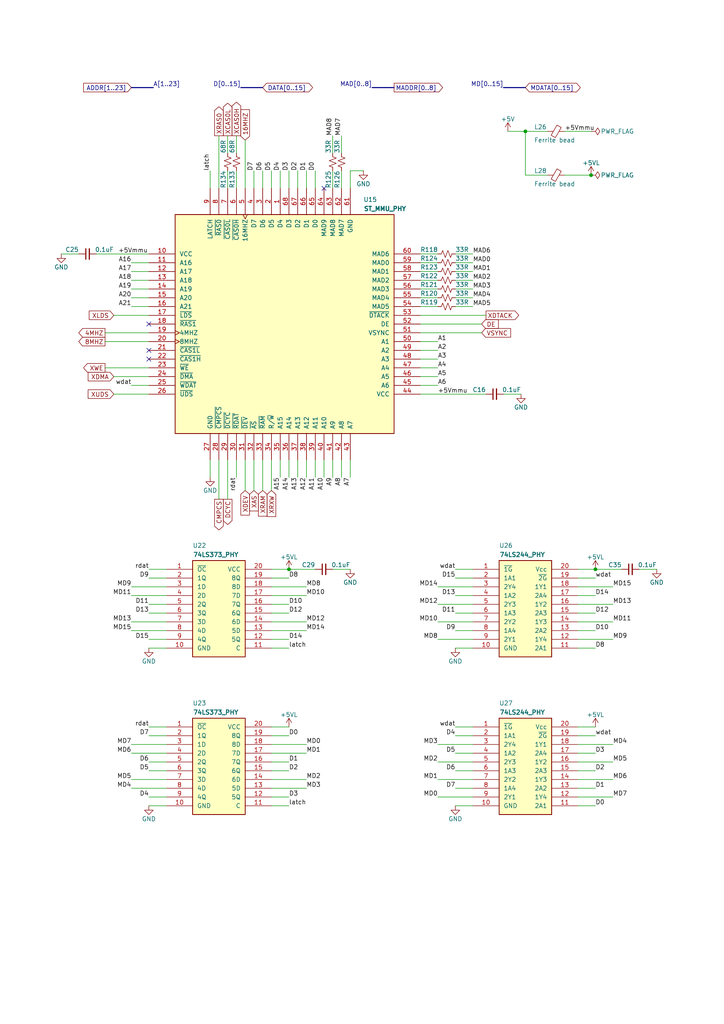
<source format=kicad_sch>
(kicad_sch (version 20230121) (generator eeschema)
  (paper "A4" portrait)
  (title_block (title "Converted schematics of Atari 260/520 ST") (date "2024-05-25") (rev "v1.0.0-beta") (comment 1 "…sporniket/kicad-conversions--atari-260-520-st-motherboard--c070231") (comment 2 "Original repository : https://github.com/…") (comment 4 "Reference : C070231"))
  (lib_symbols
    (symbol "74x244:74LS244_PHY" (pin_names (offset 1.27))
      (property "Reference" "U" (at 0 0 0))
      (property "Value" "74LS244_PHY" (at 0 0 0))
      (symbol "74LS244_PHY_0_0"
        (rectangle (start -7.62 13.97) (end 7.62 -13.97) (stroke (width 0.254)) (fill (type background)))
        (pin input line (at -15.24 11.43 0) (length 7.62) (name "~{1G}") (number "1"))
        (pin power_in line (at -15.24 -11.43 0) (length 7.62) (name "GND") (number "10"))
        (pin input line (at 15.24 -11.43 180) (length 7.62) (name "2A1") (number "11"))
        (pin tri_state line (at 15.24 -8.89 180) (length 7.62) (name "1Y4") (number "12"))
        (pin input line (at 15.24 -6.35 180) (length 7.62) (name "2A2") (number "13"))
        (pin tri_state line (at 15.24 -3.81 180) (length 7.62) (name "1Y3") (number "14"))
        (pin input line (at 15.24 -1.27 180) (length 7.62) (name "2A3") (number "15"))
        (pin tri_state line (at 15.24 1.27 180) (length 7.62) (name "1Y2") (number "16"))
        (pin input line (at 15.24 3.81 180) (length 7.62) (name "2A4") (number "17"))
        (pin tri_state line (at 15.24 6.35 180) (length 7.62) (name "1Y1") (number "18"))
        (pin input line (at 15.24 8.89 180) (length 7.62) (name "~{2G}") (number "19"))
        (pin input line (at -15.24 8.89 0) (length 7.62) (name "1A1") (number "2"))
        (pin power_in line (at 15.24 11.43 180) (length 7.62) (name "Vcc") (number "20"))
        (pin tri_state line (at -15.24 6.35 0) (length 7.62) (name "2Y4") (number "3"))
        (pin input line (at -15.24 3.81 0) (length 7.62) (name "1A2") (number "4"))
        (pin tri_state line (at -15.24 1.27 0) (length 7.62) (name "2Y3") (number "5"))
        (pin input line (at -15.24 -1.27 0) (length 7.62) (name "1A3") (number "6"))
        (pin tri_state line (at -15.24 -3.81 0) (length 7.62) (name "2Y2") (number "7"))
        (pin input line (at -15.24 -6.35 0) (length 7.62) (name "1A4") (number "8"))
        (pin tri_state line (at -15.24 -8.89 0) (length 7.62) (name "2Y1") (number "9"))
      )
    )
    (symbol "74x373:74LS373_PHY" (pin_names (offset 1.27))
      (property "Reference" "U" (at 0 0 0))
      (property "Value" "74LS373_PHY" (at 0 0 0))
      (symbol "74LS373_PHY_0_0"
        (rectangle (start -7.62 13.97) (end 7.62 -13.97) (stroke (width 0.254)) (fill (type background)))
        (pin input line (at -15.24 11.43 0) (length 7.62) (name "~{OC}") (number "1"))
        (pin power_in line (at -15.24 -11.43 0) (length 7.62) (name "GND") (number "10"))
        (pin input line (at 15.24 -11.43 180) (length 7.62) (name "C") (number "11"))
        (pin output line (at 15.24 -8.89 180) (length 7.62) (name "5Q") (number "12"))
        (pin input line (at 15.24 -6.35 180) (length 7.62) (name "5D") (number "13"))
        (pin input line (at 15.24 -3.81 180) (length 7.62) (name "6D") (number "14"))
        (pin output line (at 15.24 -1.27 180) (length 7.62) (name "6Q") (number "15"))
        (pin output line (at 15.24 1.27 180) (length 7.62) (name "7Q") (number "16"))
        (pin input line (at 15.24 3.81 180) (length 7.62) (name "7D") (number "17"))
        (pin input line (at 15.24 6.35 180) (length 7.62) (name "8D") (number "18"))
        (pin output line (at 15.24 8.89 180) (length 7.62) (name "8Q") (number "19"))
        (pin output line (at -15.24 8.89 0) (length 7.62) (name "1Q") (number "2"))
        (pin power_in line (at 15.24 11.43 180) (length 7.62) (name "VCC") (number "20"))
        (pin input line (at -15.24 6.35 0) (length 7.62) (name "1D") (number "3"))
        (pin input line (at -15.24 3.81 0) (length 7.62) (name "2D") (number "4"))
        (pin output line (at -15.24 1.27 0) (length 7.62) (name "2Q") (number "5"))
        (pin output line (at -15.24 -1.27 0) (length 7.62) (name "3Q") (number "6"))
        (pin input line (at -15.24 -3.81 0) (length 7.62) (name "3D") (number "7"))
        (pin input line (at -15.24 -6.35 0) (length 7.62) (name "4D") (number "8"))
        (pin output line (at -15.24 -8.89 0) (length 7.62) (name "4Q") (number "9"))
      )
    )
    (symbol "Device:C_Small" (pin_numbers hide) (pin_names (offset 0.254) hide)
      (property "Reference" "C" (at 0.254 1.778 0))
      (property "Value" "C_Small" (at 0.254 -2.032 0))
      (symbol "C_Small_0_1"
        (polyline (pts (xy -1.524 -0.508) (xy 1.524 -0.508)) (stroke (width 0.3302)))
        (polyline (pts (xy -1.524 0.508) (xy 1.524 0.508)) (stroke (width 0.3048)))
      )
      (symbol "C_Small_1_1"
        (pin passive line (at 0 2.54 270) (length 2.032) (name "~") (number "1"))
        (pin passive line (at 0 -2.54 90) (length 2.032) (name "~") (number "2"))
      )
    )
    (symbol "Device:FerriteBead_Small" (pin_numbers hide) (pin_names (offset 0))
      (property "Reference" "FB" (at 1.905 1.27 0))
      (property "Value" "FerriteBead_Small" (at 1.905 -1.27 0))
      (symbol "FerriteBead_Small_0_1"
        (polyline (pts (xy 0 -1.27) (xy 0 -0.7874)))
        (polyline (pts (xy 0 0.889) (xy 0 1.2954)))
        (polyline (pts (xy -1.8288 0.2794) (xy -1.1176 1.4986) (xy 1.8288 -0.2032) (xy 1.1176 -1.4224) (xy -1.8288 0.2794)))
      )
      (symbol "FerriteBead_Small_1_1"
        (pin passive line (at 0 2.54 270) (length 1.27) (name "~") (number "1"))
        (pin passive line (at 0 -2.54 90) (length 1.27) (name "~") (number "2"))
      )
    )
    (symbol "Device:R_Small_US" (pin_numbers hide) (pin_names (offset 0.254) hide)
      (property "Reference" "R" (at 0.762 0.508 0))
      (property "Value" "R_Small_US" (at 0.762 -1.016 0))
      (symbol "R_Small_US_1_1"
        (polyline (pts (xy 0 0) (xy 1.016 -0.381) (xy 0 -0.762) (xy -1.016 -1.143) (xy 0 -1.524)))
        (polyline (pts (xy 0 1.524) (xy 1.016 1.143) (xy 0 0.762) (xy -1.016 0.381) (xy 0 0)))
        (pin passive line (at 0 2.54 270) (length 1.016) (name "~") (number "1"))
        (pin passive line (at 0 -2.54 90) (length 1.016) (name "~") (number "2"))
      )
    )
    (symbol "power:+5V" (power) (pin_names (offset 0))
      (property "Value" "+5V" (at 0 3.556 0))
      (symbol "+5V_0_1"
        (polyline (pts (xy -0.762 1.27) (xy 0 2.54)))
        (polyline (pts (xy 0 0) (xy 0 2.54)))
        (polyline (pts (xy 0 2.54) (xy 0.762 1.27)))
      )
      (symbol "+5V_1_1"
        (pin power_in line (at 0 0 90) (length 0) hide (name "+5V") (number "1"))
      )
    )
    (symbol "power:+5VL" (power) (pin_names (offset 0))
      (property "Value" "+5VL" (at 0 3.556 0))
      (symbol "+5VL_0_1"
        (polyline (pts (xy -0.762 1.27) (xy 0 2.54)))
        (polyline (pts (xy 0 0) (xy 0 2.54)))
        (polyline (pts (xy 0 2.54) (xy 0.762 1.27)))
      )
      (symbol "+5VL_1_1"
        (pin power_in line (at 0 0 90) (length 0) hide (name "+5VL") (number "1"))
      )
    )
    (symbol "power:GND" (power) (pin_names (offset 0))
      (property "Value" "GND" (at 0 -3.81 0))
      (symbol "GND_0_1"
        (polyline (pts (xy 0 0) (xy 0 -1.27) (xy 1.27 -1.27) (xy 0 -2.54) (xy -1.27 -1.27) (xy 0 -1.27)))
      )
      (symbol "GND_1_1"
        (pin power_in line (at 0 0 270) (length 0) hide (name "GND") (number "1"))
      )
    )
    (symbol "power:PWR_FLAG" (power) (pin_numbers hide) (pin_names (offset 0) hide)
      (property "Value" "PWR_FLAG" (at 0 3.81 0))
      (symbol "PWR_FLAG_0_0"
        (pin power_out line (at 0 0 90) (length 0) (name "pwr") (number "1"))
      )
      (symbol "PWR_FLAG_0_1"
        (polyline (pts (xy 0 0) (xy 0 1.27) (xy -1.016 1.905) (xy 0 2.54) (xy 1.016 1.905) (xy 0 1.27)))
      )
    )
    (symbol "st_mmu:ST_MMU_PHY" (pin_names (offset 1.27))
      (property "Reference" "U" (at 22.86 36.83 0))
      (property "Value" "ST_MMU_PHY" (at 22.86 34.29 0))
      (symbol "ST_MMU_PHY_0_0"
        (rectangle (start -31.75 31.75) (end 31.75 -31.75) (stroke (width 0.254)) (fill (type background)))
        (pin bidirectional line (at -1.27 39.37 270) (length 7.62) (name "D4") (number "1"))
        (pin power_in line (at -39.37 20.32 0) (length 7.62) (name "VCC") (number "10"))
        (pin input line (at -39.37 17.78 0) (length 7.62) (name "A16") (number "11"))
        (pin input line (at -39.37 15.24 0) (length 7.62) (name "A17") (number "12"))
        (pin input line (at -39.37 12.7 0) (length 7.62) (name "A18") (number "13"))
        (pin input line (at -39.37 10.16 0) (length 7.62) (name "A19") (number "14"))
        (pin input line (at -39.37 7.62 0) (length 7.62) (name "A20") (number "15"))
        (pin input line (at -39.37 5.08 0) (length 7.62) (name "A21") (number "16"))
        (pin input line (at -39.37 2.54 0) (length 7.62) (name "~{LDS}") (number "17"))
        (pin output line (at -39.37 0 0) (length 7.62) (name "~{RAS1}") (number "18"))
        (pin output clock (at -39.37 -2.54 0) (length 7.62) (name "4MHZ") (number "19"))
        (pin bidirectional line (at -3.81 39.37 270) (length 7.62) (name "D5") (number "2"))
        (pin output clock (at -39.37 -5.08 0) (length 7.62) (name "8MHZ") (number "20"))
        (pin output line (at -39.37 -7.62 0) (length 7.62) (name "~{CAS1L}") (number "21"))
        (pin output line (at -39.37 -10.16 0) (length 7.62) (name "~{CAS1H}") (number "22"))
        (pin output line (at -39.37 -12.7 0) (length 7.62) (name "~{WE}") (number "23"))
        (pin input line (at -39.37 -15.24 0) (length 7.62) (name "~{DMA}") (number "24"))
        (pin output line (at -39.37 -17.78 0) (length 7.62) (name "~{WDAT}") (number "25"))
        (pin input line (at -39.37 -20.32 0) (length 7.62) (name "~{UDS}") (number "26"))
        (pin power_in line (at -21.59 -39.37 90) (length 7.62) (name "GND") (number "27"))
        (pin output line (at -19.05 -39.37 90) (length 7.62) (name "~{CMPCS}") (number "28"))
        (pin output line (at -16.51 -39.37 90) (length 7.62) (name "~{DCYC}") (number "29"))
        (pin bidirectional line (at -6.35 39.37 270) (length 7.62) (name "D6") (number "3"))
        (pin output line (at -13.97 -39.37 90) (length 7.62) (name "~{RDAT}") (number "30"))
        (pin input line (at -11.43 -39.37 90) (length 7.62) (name "~{DEV}") (number "31"))
        (pin input line (at -8.89 -39.37 90) (length 7.62) (name "~{AS}") (number "32"))
        (pin input line (at -6.35 -39.37 90) (length 7.62) (name "~{RAM}") (number "33"))
        (pin input line (at -3.81 -39.37 90) (length 7.62) (name "R/~{W}") (number "34"))
        (pin input line (at -1.27 -39.37 90) (length 7.62) (name "A15") (number "35"))
        (pin input line (at 1.27 -39.37 90) (length 7.62) (name "A14") (number "36"))
        (pin input line (at 3.81 -39.37 90) (length 7.62) (name "A13") (number "37"))
        (pin input line (at 6.35 -39.37 90) (length 7.62) (name "A12") (number "38"))
        (pin input line (at 8.89 -39.37 90) (length 7.62) (name "A11") (number "39"))
        (pin bidirectional line (at -8.89 39.37 270) (length 7.62) (name "D7") (number "4"))
        (pin input line (at 11.43 -39.37 90) (length 7.62) (name "A10") (number "40"))
        (pin input line (at 13.97 -39.37 90) (length 7.62) (name "A9") (number "41"))
        (pin input line (at 16.51 -39.37 90) (length 7.62) (name "A8") (number "42"))
        (pin input line (at 19.05 -39.37 90) (length 7.62) (name "A7") (number "43"))
        (pin power_in line (at 39.37 -20.32 180) (length 7.62) (name "VCC") (number "44"))
        (pin input line (at 39.37 -17.78 180) (length 7.62) (name "A6") (number "45"))
        (pin input line (at 39.37 -15.24 180) (length 7.62) (name "A5") (number "46"))
        (pin input line (at 39.37 -12.7 180) (length 7.62) (name "A4") (number "47"))
        (pin input line (at 39.37 -10.16 180) (length 7.62) (name "A3") (number "48"))
        (pin input line (at 39.37 -7.62 180) (length 7.62) (name "A2") (number "49"))
        (pin input clock (at -11.43 39.37 270) (length 7.62) (name "16MHZ") (number "5"))
        (pin input line (at 39.37 -5.08 180) (length 7.62) (name "A1") (number "50"))
        (pin input line (at 39.37 -2.54 180) (length 7.62) (name "VSYNC") (number "51"))
        (pin input line (at 39.37 0 180) (length 7.62) (name "DE") (number "52"))
        (pin output line (at 39.37 2.54 180) (length 7.62) (name "~{DTACK}") (number "53"))
        (pin output line (at 39.37 5.08 180) (length 7.62) (name "MAD5") (number "54"))
        (pin output line (at 39.37 7.62 180) (length 7.62) (name "MAD4") (number "55"))
        (pin output line (at 39.37 10.16 180) (length 7.62) (name "MAD3") (number "56"))
        (pin output line (at 39.37 12.7 180) (length 7.62) (name "MAD2") (number "57"))
        (pin output line (at 39.37 15.24 180) (length 7.62) (name "MAD1") (number "58"))
        (pin output line (at 39.37 17.78 180) (length 7.62) (name "MAD0") (number "59"))
        (pin output line (at -13.97 39.37 270) (length 7.62) (name "~{CAS0H}") (number "6"))
        (pin output line (at 39.37 20.32 180) (length 7.62) (name "MAD6") (number "60"))
        (pin power_in line (at 19.05 39.37 270) (length 7.62) (name "GND") (number "61"))
        (pin output line (at 16.51 39.37 270) (length 7.62) (name "MAD7") (number "62"))
        (pin output line (at 13.97 39.37 270) (length 7.62) (name "MAD8") (number "63"))
        (pin output line (at 11.43 39.37 270) (length 7.62) (name "MAD9") (number "64"))
        (pin bidirectional line (at 8.89 39.37 270) (length 7.62) (name "D0") (number "65"))
        (pin bidirectional line (at 6.35 39.37 270) (length 7.62) (name "D1") (number "66"))
        (pin bidirectional line (at 3.81 39.37 270) (length 7.62) (name "D2") (number "67"))
        (pin bidirectional line (at 1.27 39.37 270) (length 7.62) (name "D3") (number "68"))
        (pin output line (at -16.51 39.37 270) (length 7.62) (name "~{CAS0L}") (number "7"))
        (pin output line (at -19.05 39.37 270) (length 7.62) (name "~{RAS0}") (number "8"))
        (pin output line (at -21.59 39.37 270) (length 7.62) (name "LATCH") (number "9"))
      )
    )
  )
  (junction (at 172.72 165.1))
  (junction (at 152.4 38.1))
  (junction (at 83.82 165.1))
  (junction (at 171.45 50.8))
  (no_connect (at 43.18 93.98))
  (no_connect (at 43.18 101.6))
  (no_connect (at 93.98 54.61))
  (no_connect (at 43.18 104.14))
  (wire (pts (xy 121.92 78.74) (xy 127 78.74)))
  (wire (pts (xy 127 185.42) (xy 137.16 185.42)))
  (wire (pts (xy 66.04 54.61) (xy 66.04 49.53)))
  (wire (pts (xy 121.92 91.44) (xy 140.97 91.44)))
  (wire (pts (xy 83.82 138.43) (xy 83.82 133.35)))
  (wire (pts (xy 38.1 83.82) (xy 43.18 83.82)))
  (wire (pts (xy 38.1 226.06) (xy 48.26 226.06)))
  (wire (pts (xy 132.08 218.44) (xy 137.16 218.44)))
  (wire (pts (xy 66.04 44.45) (xy 66.04 39.37)))
  (wire (pts (xy 167.64 228.6) (xy 172.72 228.6)))
  (wire (pts (xy 63.5 39.37) (xy 63.5 54.61)))
  (wire (pts (xy 167.64 220.98) (xy 177.8 220.98)))
  (wire (pts (xy 68.58 54.61) (xy 68.58 49.53)))
  (wire (pts (xy 121.92 114.3) (xy 140.97 114.3)))
  (wire (pts (xy 132.08 86.36) (xy 137.16 86.36)))
  (wire (pts (xy 146.05 114.3) (xy 151.13 114.3)))
  (wire (pts (xy 78.74 223.52) (xy 83.82 223.52)))
  (wire (pts (xy 38.1 81.28) (xy 43.18 81.28)))
  (wire (pts (xy 96.52 54.61) (xy 96.52 49.53)))
  (wire (pts (xy 167.64 213.36) (xy 172.72 213.36)))
  (wire (pts (xy 43.18 185.42) (xy 48.26 185.42)))
  (wire (pts (xy 43.18 220.98) (xy 48.26 220.98)))
  (wire (pts (xy 78.74 175.26) (xy 83.82 175.26)))
  (bus (pts (xy 146.05 25.4) (xy 152.4 25.4)))
  (wire (pts (xy 121.92 111.76) (xy 127 111.76)))
  (wire (pts (xy 68.58 133.35) (xy 68.58 138.43)))
  (wire (pts (xy 78.74 213.36) (xy 83.82 213.36)))
  (wire (pts (xy 99.06 44.45) (xy 99.06 39.37)))
  (wire (pts (xy 78.74 233.68) (xy 83.82 233.68)))
  (wire (pts (xy 66.04 133.35) (xy 66.04 144.78)))
  (wire (pts (xy 96.52 165.1) (xy 101.6 165.1)))
  (wire (pts (xy 43.18 213.36) (xy 48.26 213.36)))
  (wire (pts (xy 132.08 213.36) (xy 137.16 213.36)))
  (wire (pts (xy 78.74 228.6) (xy 88.9 228.6)))
  (wire (pts (xy 76.2 142.24) (xy 76.2 133.35)))
  (wire (pts (xy 27.94 73.66) (xy 43.18 73.66)))
  (wire (pts (xy 78.74 177.8) (xy 83.82 177.8)))
  (wire (pts (xy 43.18 175.26) (xy 48.26 175.26)))
  (wire (pts (xy 43.18 177.8) (xy 48.26 177.8)))
  (wire (pts (xy 60.96 54.61) (xy 60.96 49.53)))
  (wire (pts (xy 78.74 185.42) (xy 83.82 185.42)))
  (wire (pts (xy 132.08 83.82) (xy 137.16 83.82)))
  (wire (pts (xy 38.1 172.72) (xy 48.26 172.72)))
  (wire (pts (xy 86.36 54.61) (xy 86.36 49.53)))
  (wire (pts (xy 91.44 138.43) (xy 91.44 133.35)))
  (wire (pts (xy 78.74 220.98) (xy 83.82 220.98)))
  (wire (pts (xy 43.18 210.82) (xy 48.26 210.82)))
  (wire (pts (xy 167.64 231.14) (xy 177.8 231.14)))
  (wire (pts (xy 132.08 73.66) (xy 137.16 73.66)))
  (wire (pts (xy 167.64 226.06) (xy 177.8 226.06)))
  (wire (pts (xy 132.08 177.8) (xy 137.16 177.8)))
  (wire (pts (xy 78.74 54.61) (xy 78.74 49.53)))
  (wire (pts (xy 167.64 177.8) (xy 172.72 177.8)))
  (wire (pts (xy 152.4 50.8) (xy 158.75 50.8)))
  (wire (pts (xy 83.82 165.1) (xy 91.44 165.1)))
  (wire (pts (xy 71.12 40.64) (xy 71.12 54.61)))
  (wire (pts (xy 68.58 44.45) (xy 68.58 39.37)))
  (wire (pts (xy 132.08 76.2) (xy 137.16 76.2)))
  (wire (pts (xy 167.64 210.82) (xy 172.72 210.82)))
  (wire (pts (xy 167.64 175.26) (xy 177.8 175.26)))
  (wire (pts (xy 33.02 109.22) (xy 43.18 109.22)))
  (wire (pts (xy 73.66 54.61) (xy 73.66 49.53)))
  (wire (pts (xy 121.92 106.68) (xy 127 106.68)))
  (wire (pts (xy 167.64 218.44) (xy 172.72 218.44)))
  (wire (pts (xy 78.74 182.88) (xy 88.9 182.88)))
  (wire (pts (xy 167.64 167.64) (xy 172.72 167.64)))
  (wire (pts (xy 88.9 138.43) (xy 88.9 133.35)))
  (wire (pts (xy 152.4 38.1) (xy 152.4 50.8)))
  (wire (pts (xy 121.92 76.2) (xy 127 76.2)))
  (wire (pts (xy 167.64 233.68) (xy 172.72 233.68)))
  (wire (pts (xy 167.64 170.18) (xy 177.8 170.18)))
  (wire (pts (xy 43.18 187.96) (xy 48.26 187.96)))
  (wire (pts (xy 167.64 215.9) (xy 177.8 215.9)))
  (bus (pts (xy 44.45 25.4) (xy 38.1 25.4)))
  (wire (pts (xy 121.92 86.36) (xy 127 86.36)))
  (wire (pts (xy 78.74 170.18) (xy 88.9 170.18)))
  (wire (pts (xy 78.74 180.34) (xy 88.9 180.34)))
  (wire (pts (xy 76.2 54.61) (xy 76.2 49.53)))
  (wire (pts (xy 121.92 81.28) (xy 127 81.28)))
  (wire (pts (xy 96.52 44.45) (xy 96.52 39.37)))
  (wire (pts (xy 99.06 54.61) (xy 99.06 49.53)))
  (wire (pts (xy 78.74 215.9) (xy 88.9 215.9)))
  (wire (pts (xy 127 175.26) (xy 137.16 175.26)))
  (wire (pts (xy 38.1 88.9) (xy 43.18 88.9)))
  (wire (pts (xy 43.18 165.1) (xy 48.26 165.1)))
  (wire (pts (xy 152.4 38.1) (xy 158.75 38.1)))
  (wire (pts (xy 81.28 54.61) (xy 81.28 49.53)))
  (wire (pts (xy 33.02 114.3) (xy 43.18 114.3)))
  (wire (pts (xy 132.08 182.88) (xy 137.16 182.88)))
  (wire (pts (xy 127 226.06) (xy 137.16 226.06)))
  (wire (pts (xy 30.48 106.68) (xy 43.18 106.68)))
  (wire (pts (xy 127 231.14) (xy 137.16 231.14)))
  (wire (pts (xy 132.08 81.28) (xy 137.16 81.28)))
  (wire (pts (xy 83.82 54.61) (xy 83.82 49.53)))
  (wire (pts (xy 121.92 96.52) (xy 139.7 96.52)))
  (wire (pts (xy 101.6 138.43) (xy 101.6 133.35)))
  (wire (pts (xy 88.9 54.61) (xy 88.9 49.53)))
  (wire (pts (xy 132.08 187.96) (xy 137.16 187.96)))
  (wire (pts (xy 22.86 73.66) (xy 17.78 73.66)))
  (wire (pts (xy 132.08 172.72) (xy 137.16 172.72)))
  (wire (pts (xy 132.08 228.6) (xy 137.16 228.6)))
  (bus (pts (xy 69.85 25.4) (xy 76.2 25.4)))
  (wire (pts (xy 78.74 210.82) (xy 83.82 210.82)))
  (wire (pts (xy 38.1 215.9) (xy 48.26 215.9)))
  (bus (pts (xy 107.95 25.4) (xy 114.3 25.4)))
  (wire (pts (xy 91.44 54.61) (xy 91.44 49.53)))
  (wire (pts (xy 121.92 101.6) (xy 127 101.6)))
  (wire (pts (xy 96.52 138.43) (xy 96.52 133.35)))
  (wire (pts (xy 127 180.34) (xy 137.16 180.34)))
  (wire (pts (xy 132.08 88.9) (xy 137.16 88.9)))
  (wire (pts (xy 38.1 86.36) (xy 43.18 86.36)))
  (wire (pts (xy 38.1 76.2) (xy 43.18 76.2)))
  (wire (pts (xy 33.02 91.44) (xy 43.18 91.44)))
  (wire (pts (xy 121.92 109.22) (xy 127 109.22)))
  (wire (pts (xy 86.36 138.43) (xy 86.36 133.35)))
  (wire (pts (xy 185.42 165.1) (xy 190.5 165.1)))
  (wire (pts (xy 172.72 165.1) (xy 180.34 165.1)))
  (wire (pts (xy 163.83 50.8) (xy 171.45 50.8)))
  (wire (pts (xy 163.83 38.1) (xy 171.45 38.1)))
  (wire (pts (xy 167.64 172.72) (xy 172.72 172.72)))
  (wire (pts (xy 60.96 133.35) (xy 60.96 138.43)))
  (wire (pts (xy 127 215.9) (xy 137.16 215.9)))
  (wire (pts (xy 167.64 223.52) (xy 172.72 223.52)))
  (wire (pts (xy 132.08 78.74) (xy 137.16 78.74)))
  (wire (pts (xy 78.74 187.96) (xy 83.82 187.96)))
  (wire (pts (xy 78.74 167.64) (xy 83.82 167.64)))
  (wire (pts (xy 71.12 142.24) (xy 71.12 133.35)))
  (wire (pts (xy 63.5 144.78) (xy 63.5 133.35)))
  (wire (pts (xy 139.7 93.98) (xy 121.92 93.98)))
  (wire (pts (xy 167.64 187.96) (xy 172.72 187.96)))
  (wire (pts (xy 78.74 165.1) (xy 83.82 165.1)))
  (wire (pts (xy 127 170.18) (xy 137.16 170.18)))
  (wire (pts (xy 167.64 185.42) (xy 177.8 185.42)))
  (wire (pts (xy 38.1 182.88) (xy 48.26 182.88)))
  (wire (pts (xy 121.92 104.14) (xy 127 104.14)))
  (wire (pts (xy 78.74 133.35) (xy 78.74 142.24)))
  (wire (pts (xy 132.08 210.82) (xy 137.16 210.82)))
  (wire (pts (xy 43.18 233.68) (xy 48.26 233.68)))
  (wire (pts (xy 43.18 111.76) (xy 38.1 111.76)))
  (wire (pts (xy 167.64 165.1) (xy 172.72 165.1)))
  (wire (pts (xy 38.1 78.74) (xy 43.18 78.74)))
  (wire (pts (xy 99.06 138.43) (xy 99.06 133.35)))
  (wire (pts (xy 73.66 133.35) (xy 73.66 142.24)))
  (wire (pts (xy 43.18 223.52) (xy 48.26 223.52)))
  (wire (pts (xy 167.64 180.34) (xy 177.8 180.34)))
  (wire (pts (xy 167.64 182.88) (xy 172.72 182.88)))
  (wire (pts (xy 78.74 231.14) (xy 83.82 231.14)))
  (wire (pts (xy 43.18 167.64) (xy 48.26 167.64)))
  (wire (pts (xy 38.1 170.18) (xy 48.26 170.18)))
  (wire (pts (xy 38.1 180.34) (xy 48.26 180.34)))
  (wire (pts (xy 38.1 218.44) (xy 48.26 218.44)))
  (wire (pts (xy 147.32 38.1) (xy 152.4 38.1)))
  (wire (pts (xy 132.08 223.52) (xy 137.16 223.52)))
  (wire (pts (xy 105.41 49.53) (xy 101.6 49.53)))
  (wire (pts (xy 78.74 226.06) (xy 88.9 226.06)))
  (wire (pts (xy 121.92 99.06) (xy 127 99.06)))
  (wire (pts (xy 121.92 88.9) (xy 127 88.9)))
  (wire (pts (xy 121.92 73.66) (xy 127 73.66)))
  (wire (pts (xy 30.48 96.52) (xy 43.18 96.52)))
  (wire (pts (xy 132.08 167.64) (xy 137.16 167.64)))
  (wire (pts (xy 93.98 138.43) (xy 93.98 133.35)))
  (wire (pts (xy 121.92 83.82) (xy 127 83.82)))
  (wire (pts (xy 78.74 218.44) (xy 88.9 218.44)))
  (wire (pts (xy 81.28 138.43) (xy 81.28 133.35)))
  (wire (pts (xy 38.1 228.6) (xy 48.26 228.6)))
  (wire (pts (xy 78.74 172.72) (xy 88.9 172.72)))
  (wire (pts (xy 127 220.98) (xy 137.16 220.98)))
  (wire (pts (xy 30.48 99.06) (xy 43.18 99.06)))
  (wire (pts (xy 101.6 49.53) (xy 101.6 54.61)))
  (wire (pts (xy 43.18 231.14) (xy 48.26 231.14)))
  (wire (pts (xy 132.08 233.68) (xy 137.16 233.68)))
  (wire (pts (xy 132.08 165.1) (xy 137.16 165.1)))
  (label "D11" (at 132.08 177.8 180))
  (label "MD9" (at 38.1 170.18 180))
  (label "A17" (at 38.1 78.74 180))
  (label "D8" (at 172.72 187.96 0))
  (label "+5Vmmu" (at 163.83 38.1 0))
  (label "D11" (at 43.18 175.26 180))
  (label "MD10" (at 88.9 172.72 0))
  (label "D0" (at 83.82 213.36 0))
  (label "MD4" (at 177.8 215.9 0))
  (label "D12" (at 83.82 177.8 0))
  (label "D6" (at 43.18 220.98 180))
  (label "MD6" (at 38.1 218.44 180))
  (label "MD2" (at 127 220.98 180))
  (label "MD3" (at 127 215.9 180))
  (label "A15" (at 81.28 138.43 270))
  (label "A2" (at 127 101.6 0))
  (label "MD3" (at 88.9 228.6 0))
  (label "D9" (at 132.08 182.88 180))
  (label "wdat" (at 38.1 111.76 180))
  (label "MD10" (at 127 180.34 180))
  (label "A21" (at 38.1 88.9 180))
  (label "D15" (at 132.08 167.64 180))
  (label "D6" (at 132.08 223.52 180))
  (label "D0" (at 91.44 49.53 90))
  (label "MD11" (at 177.8 180.34 0))
  (label "MD15" (at 177.8 170.18 0))
  (label "MAD5" (at 137.16 88.9 0))
  (label "D8" (at 83.82 167.64 0))
  (label "MD14" (at 127 170.18 180))
  (label "wdat" (at 132.08 210.82 180))
  (label "MAD[0..8]" (at 107.95 25.4 180))
  (label "MD1" (at 127 226.06 180))
  (label "MD5" (at 177.8 220.98 0))
  (label "D4" (at 43.18 231.14 180))
  (label "A20" (at 38.1 86.36 180))
  (label "D5" (at 132.08 218.44 180))
  (label "MAD6" (at 137.16 73.66 0))
  (label "MAD4" (at 137.16 86.36 0))
  (label "A10" (at 93.98 138.43 270))
  (label "A13" (at 86.36 138.43 270))
  (label "D1" (at 172.72 228.6 0))
  (label "D12" (at 172.72 177.8 0))
  (label "MAD1" (at 137.16 78.74 0))
  (label "D14" (at 83.82 185.42 0))
  (label "D5" (at 78.74 49.53 90))
  (label "MD13" (at 177.8 175.26 0))
  (label "A1" (at 127 99.06 0))
  (label "MD11" (at 38.1 172.72 180))
  (label "D2" (at 172.72 223.52 0))
  (label "D5" (at 43.18 223.52 180))
  (label "D1" (at 83.82 220.98 0))
  (label "wdat" (at 172.72 213.36 0))
  (label "A5" (at 127 109.22 0))
  (label "MD7" (at 38.1 215.9 180))
  (label "MD9" (at 177.8 185.42 0))
  (label "D13" (at 132.08 172.72 180))
  (label "rdat" (at 68.58 138.43 270))
  (label "A12" (at 88.9 138.43 270))
  (label "D[0..15]" (at 69.85 25.4 180))
  (label "MD8" (at 88.9 170.18 0))
  (label "D13" (at 43.18 177.8 180))
  (label "MD14" (at 88.9 182.88 0))
  (label "MAD7" (at 99.06 39.37 90))
  (label "A4" (at 127 106.68 0))
  (label "D14" (at 172.72 172.72 0))
  (label "MAD8" (at 96.52 39.37 90))
  (label "MD15" (at 38.1 182.88 180))
  (label "A19" (at 38.1 83.82 180))
  (label "A9" (at 96.52 138.43 270))
  (label "MAD3" (at 137.16 83.82 0))
  (label "wdat" (at 172.72 167.64 0))
  (label "+5Vmmu" (at 127 114.3 0))
  (label "D7" (at 132.08 228.6 180))
  (label "rdat" (at 43.18 210.82 180))
  (label "MD5" (at 38.1 226.06 180))
  (label "+5Vmmu" (at 34.29 73.66 0))
  (label "D0" (at 172.72 233.68 0))
  (label "D3" (at 83.82 49.53 90))
  (label "MD1" (at 88.9 218.44 0))
  (label "D10" (at 83.82 175.26 0))
  (label "A3" (at 127 104.14 0))
  (label "latch" (at 60.96 49.53 90))
  (label "D10" (at 172.72 182.88 0))
  (label "latch" (at 83.82 187.96 0))
  (label "D7" (at 73.66 49.53 90))
  (label "A18" (at 38.1 81.28 180))
  (label "D6" (at 76.2 49.53 90))
  (label "D9" (at 43.18 167.64 180))
  (label "rdat" (at 43.18 165.1 180))
  (label "MD6" (at 177.8 226.06 0))
  (label "D3" (at 172.72 218.44 0))
  (label "A11" (at 91.44 138.43 270))
  (label "MD2" (at 88.9 226.06 0))
  (label "D15" (at 43.18 185.42 180))
  (label "A8" (at 99.06 138.43 270))
  (label "MAD2" (at 137.16 81.28 0))
  (label "D4" (at 81.28 49.53 90))
  (label "MD13" (at 38.1 180.34 180))
  (label "wdat" (at 132.08 165.1 180))
  (label "D3" (at 83.82 231.14 0))
  (label "A7" (at 101.6 138.43 270))
  (label "latch" (at 83.82 233.68 0))
  (label "D4" (at 132.08 213.36 180))
  (label "D2" (at 86.36 49.53 90))
  (label "MAD0" (at 137.16 76.2 0))
  (label "MD4" (at 38.1 228.6 180))
  (label "D2" (at 83.82 223.52 0))
  (label "A14" (at 83.82 138.43 270))
  (label "A[1..23]" (at 44.45 25.4 0))
  (label "MD12" (at 88.9 180.34 0))
  (label "MD0" (at 127 231.14 180))
  (label "D1" (at 88.9 49.53 90))
  (label "D7" (at 43.18 213.36 180))
  (label "MD12" (at 127 175.26 180))
  (label "MD8" (at 127 185.42 180))
  (label "MD7" (at 177.8 231.14 0))
  (label "MD[0..15]" (at 146.05 25.4 180))
  (label "A16" (at 38.1 76.2 180))
  (label "MD0" (at 88.9 215.9 0))
  (label "A6" (at 127 111.76 0))
  (global_label "4MHZ" (shape output) (at 30.48 96.52 180) (property "Intersheetrefs" "${INTERSHEET_REFS}" (effects hide)))
  (global_label "DCYC" (shape output) (at 66.04 144.78 270) (property "Intersheetrefs" "${INTERSHEET_REFS}" (effects hide)))
  (global_label "16MHZ" (shape input) (at 71.12 40.64 90) (property "Intersheetrefs" "${INTERSHEET_REFS}" (effects hide)))
  (global_label "XLDS" (shape input) (at 33.02 91.44 180) (property "Intersheetrefs" "${INTERSHEET_REFS}" (effects hide)))
  (global_label "XUDS" (shape input) (at 33.02 114.3 180) (property "Intersheetrefs" "${INTERSHEET_REFS}" (effects hide)))
  (global_label "XDMA" (shape input) (at 33.02 109.22 180) (property "Intersheetrefs" "${INTERSHEET_REFS}" (effects hide)))
  (global_label "XCAS0H" (shape output) (at 68.58 39.37 90) (property "Intersheetrefs" "${INTERSHEET_REFS}" (effects hide)))
  (global_label "VSYNC" (shape input) (at 139.7 96.52 0) (property "Intersheetrefs" "${INTERSHEET_REFS}" (effects hide)))
  (global_label "XRAM" (shape input) (at 76.2 142.24 270) (property "Intersheetrefs" "${INTERSHEET_REFS}" (effects hide)))
  (global_label "XDTACK" (shape output) (at 140.97 91.44 0) (property "Intersheetrefs" "${INTERSHEET_REFS}" (effects hide)))
  (global_label "ADDR[1..23]" (shape input) (at 38.1 25.4 180) (property "Intersheetrefs" "${INTERSHEET_REFS}" (effects hide)))
  (global_label "MDATA[0..15]" (shape bidirectional) (at 152.4 25.4 0) (property "Intersheetrefs" "${INTERSHEET_REFS}" (effects hide)))
  (global_label "MADDR[0..8]" (shape output) (at 114.3 25.4 0) (property "Intersheetrefs" "${INTERSHEET_REFS}" (effects hide)))
  (global_label "XWE" (shape output) (at 30.48 106.68 180) (property "Intersheetrefs" "${INTERSHEET_REFS}" (effects hide)))
  (global_label "DE" (shape input) (at 139.7 93.98 0) (property "Intersheetrefs" "${INTERSHEET_REFS}" (effects hide)))
  (global_label "CMPCS" (shape output) (at 63.5 144.78 270) (property "Intersheetrefs" "${INTERSHEET_REFS}" (effects hide)))
  (global_label "XCAS0L" (shape output) (at 66.04 39.37 90) (property "Intersheetrefs" "${INTERSHEET_REFS}" (effects hide)))
  (global_label "DATA[0..15]" (shape bidirectional) (at 76.2 25.4 0) (property "Intersheetrefs" "${INTERSHEET_REFS}" (effects hide)))
  (global_label "XRXW" (shape input) (at 78.74 142.24 270) (property "Intersheetrefs" "${INTERSHEET_REFS}" (effects hide)))
  (global_label "XRAS0" (shape output) (at 63.5 39.37 90) (property "Intersheetrefs" "${INTERSHEET_REFS}" (effects hide)))
  (global_label "XAS" (shape input) (at 73.66 142.24 270) (property "Intersheetrefs" "${INTERSHEET_REFS}" (effects hide)))
  (global_label "XDEV" (shape input) (at 71.12 142.24 270) (property "Intersheetrefs" "${INTERSHEET_REFS}" (effects hide)))
  (global_label "8MHZ" (shape output) (at 30.48 99.06 180) (property "Intersheetrefs" "${INTERSHEET_REFS}" (effects hide)))
  (symbol (lib_id "st_mmu:ST_MMU_PHY") (at 82.55 93.98 0) (unit 1)
    (property "Reference" "U15" (at 105.41 57.15 0) (effects (justify left top)))
    (property "Value" "ST_MMU_PHY" (at 105.41 59.69 0) (effects (font bold) (justify left top)))
    (property "Footprint" "Package_LCC:PLCC-68_THT-Socket" (effects hide))
    (property "Datasheet" "https://raw.githubusercontent.com/sporniket/kicad-symbols-generated/main/reference-materials/atari-16-32/st-glue-mmu-dma-shifter--Atari-ST-Internals.pdf" (effects hide))
  )
  (symbol (lib_id "74x244:74LS244_PHY") (at 152.4 176.53 0) (unit 1)
    (property "Reference" "U26" (at 144.78 157.48 0) (effects (justify left top)))
    (property "Value" "74LS244_PHY" (at 144.78 160.02 0) (effects (font bold) (justify left top)))
    (property "Footprint" "Package_DIP:DIP-20_W7.62mm_LongPads" (effects hide))
  )
  (symbol (lib_id "74x244:74LS244_PHY") (at 152.4 222.25 0) (unit 1)
    (property "Reference" "U27" (at 144.78 203.2 0) (effects (justify left top)))
    (property "Value" "74LS244_PHY" (at 144.78 205.74 0) (effects (font bold) (justify left top)))
    (property "Footprint" "Package_DIP:DIP-20_W7.62mm_LongPads" (effects hide))
  )
  (symbol (lib_id "74x373:74LS373_PHY") (at 63.5 176.53 0) (unit 1)
    (property "Reference" "U22" (at 55.88 157.48 0) (effects (justify left top)))
    (property "Value" "74LS373_PHY" (at 55.88 160.02 0) (effects (font bold) (justify left top)))
    (property "Footprint" "Package_DIP:DIP-20_W7.62mm_LongPads" (effects hide))
  )
  (symbol (lib_id "74x373:74LS373_PHY") (at 63.5 222.25 0) (unit 1)
    (property "Reference" "U23" (at 55.88 203.2 0) (effects (justify left top)))
    (property "Value" "74LS373_PHY" (at 55.88 205.74 0) (effects (font bold) (justify left top)))
    (property "Footprint" "Package_DIP:DIP-20_W7.62mm_LongPads" (effects hide))
  )
  (symbol (lib_id "Device:R_Small_US") (at 129.54 73.66 270) (unit 1)
    (property "Reference" "R118" (at 121.92 72.39 90) (effects (justify left)))
    (property "Value" "33R" (at 132.08 72.39 90) (effects (justify left)))
    (property "Footprint" "commons-passives_THT:Passive_THT_resistor_W2.54mm_L12.70mm" (effects hide))
  )
  (symbol (lib_id "Device:R_Small_US") (at 129.54 76.2 270) (unit 1)
    (property "Reference" "R124" (at 121.92 74.93 90) (effects (justify left)))
    (property "Value" "33R" (at 132.08 74.93 90) (effects (justify left)))
    (property "Footprint" "commons-passives_THT:Passive_THT_resistor_W2.54mm_L12.70mm" (effects hide))
  )
  (symbol (lib_id "Device:R_Small_US") (at 129.54 78.74 270) (unit 1)
    (property "Reference" "R123" (at 121.92 77.47 90) (effects (justify left)))
    (property "Value" "33R" (at 132.08 77.47 90) (effects (justify left)))
    (property "Footprint" "commons-passives_THT:Passive_THT_resistor_W2.54mm_L12.70mm" (effects hide))
  )
  (symbol (lib_id "Device:R_Small_US") (at 129.54 81.28 270) (unit 1)
    (property "Reference" "R122" (at 121.92 80.01 90) (effects (justify left)))
    (property "Value" "33R" (at 132.08 80.01 90) (effects (justify left)))
    (property "Footprint" "commons-passives_THT:Passive_THT_resistor_W2.54mm_L12.70mm" (effects hide))
  )
  (symbol (lib_id "Device:R_Small_US") (at 129.54 83.82 270) (unit 1)
    (property "Reference" "R121" (at 121.92 82.55 90) (effects (justify left)))
    (property "Value" "33R" (at 132.08 82.55 90) (effects (justify left)))
    (property "Footprint" "commons-passives_THT:Passive_THT_resistor_W2.54mm_L12.70mm" (effects hide))
  )
  (symbol (lib_id "Device:R_Small_US") (at 129.54 86.36 270) (unit 1)
    (property "Reference" "R120" (at 121.92 85.09 90) (effects (justify left)))
    (property "Value" "33R" (at 132.08 85.09 90) (effects (justify left)))
    (property "Footprint" "commons-passives_THT:Passive_THT_resistor_W2.54mm_L12.70mm" (effects hide))
  )
  (symbol (lib_id "Device:R_Small_US") (at 129.54 88.9 270) (unit 1)
    (property "Reference" "R119" (at 121.92 87.63 90) (effects (justify left)))
    (property "Value" "33R" (at 132.08 87.63 90) (effects (justify left)))
    (property "Footprint" "commons-passives_THT:Passive_THT_resistor_W2.54mm_L12.70mm" (effects hide))
  )
  (symbol (lib_id "Device:R_Small_US") (at 99.06 46.99 0) (unit 1)
    (property "Reference" "R126" (at 97.79 54.61 90) (effects (justify left)))
    (property "Value" "33R" (at 97.79 44.45 90) (effects (justify left)))
    (property "Footprint" "commons-passives_THT:Passive_THT_resistor_W2.54mm_L12.70mm" (effects hide))
  )
  (symbol (lib_id "Device:R_Small_US") (at 96.52 46.99 0) (unit 1)
    (property "Reference" "R125" (at 95.25 54.61 90) (effects (justify left)))
    (property "Value" "33R" (at 95.25 44.45 90) (effects (justify left)))
    (property "Footprint" "commons-passives_THT:Passive_THT_resistor_W2.54mm_L12.70mm" (effects hide))
  )
  (symbol (lib_id "power:GND") (at 43.18 187.96 0) (unit 1)
    (property "Reference" "#PWR0101" (effects hide))
    (property "Value" "GND" (at 43.18 191.77 0))
  )
  (symbol (lib_id "power:GND") (at 43.18 233.68 0) (unit 1)
    (property "Reference" "#PWR0102" (effects hide))
    (property "Value" "GND" (at 43.18 237.49 0))
  )
  (symbol (lib_id "power:GND") (at 132.08 233.68 0) (unit 1)
    (property "Reference" "#PWR0103" (effects hide))
    (property "Value" "GND" (at 132.08 237.49 0))
  )
  (symbol (lib_id "power:GND") (at 132.08 187.96 0) (unit 1)
    (property "Reference" "#PWR0104" (effects hide))
    (property "Value" "GND" (at 132.08 191.77 0))
  )
  (symbol (lib_id "power:+5V") (at 147.32 38.1 0) (unit 1)
    (property "Reference" "#PWR0105" (effects hide))
    (property "Value" "+5V" (at 147.32 34.544 0))
  )
  (symbol (lib_id "Device:C_Small") (at 93.98 165.1 90) (unit 1)
    (property "Reference" "C29" (at 91.44 163.83 90) (effects (justify left)))
    (property "Value" "0.1uF" (at 101.6 163.83 90) (effects (justify left)))
    (property "Footprint" "commons-passives_THT:Passive_THT_capacitor_mlcc_W2.54mm_L12.70mm" (effects hide))
  )
  (symbol (lib_id "power:GND") (at 101.6 165.1 0) (unit 1)
    (property "Reference" "#PWR0106" (effects hide))
    (property "Value" "GND" (at 101.6 168.91 0))
  )
  (symbol (lib_id "Device:FerriteBead_Small") (at 161.29 50.8 270) (unit 1)
    (property "Reference" "L28" (at 154.94 49.53 90) (effects (justify left)))
    (property "Value" "Ferrite bead" (at 154.94 53.34 90) (effects (justify left)))
    (property "Footprint" "commons-passives_THT:Passive_THT_ferrite_bead_W3.81mm_L15.24mm" (effects hide))
  )
  (symbol (lib_id "power:+5VL") (at 171.45 50.8 0) (unit 1)
    (property "Reference" "#PWR0107" (effects hide))
    (property "Value" "+5VL" (at 171.45 47.244 0))
  )
  (symbol (lib_id "power:PWR_FLAG") (at 171.45 50.8 270) (unit 1)
    (property "Reference" "#FLG0102" (effects hide))
    (property "Value" "PWR_FLAG" (at 179.07 50.8 90))
  )
  (symbol (lib_id "power:+5VL") (at 172.72 165.1 0) (unit 1)
    (property "Reference" "#PWR0108" (effects hide))
    (property "Value" "+5VL" (at 172.72 161.544 0))
  )
  (symbol (lib_id "power:+5VL") (at 172.72 210.82 0) (unit 1)
    (property "Reference" "#PWR0109" (effects hide))
    (property "Value" "+5VL" (at 172.72 207.264 0))
  )
  (symbol (lib_id "power:+5VL") (at 83.82 210.82 0) (unit 1)
    (property "Reference" "#PWR0110" (effects hide))
    (property "Value" "+5VL" (at 83.82 207.264 0))
  )
  (symbol (lib_id "power:+5VL") (at 83.82 165.1 0) (unit 1)
    (property "Reference" "#PWR0111" (effects hide))
    (property "Value" "+5VL" (at 83.82 161.544 0))
  )
  (symbol (lib_id "Device:C_Small") (at 182.88 165.1 90) (unit 1)
    (property "Reference" "C35" (at 180.34 163.83 90) (effects (justify left)))
    (property "Value" "0.1uF" (at 190.5 163.83 90) (effects (justify left)))
    (property "Footprint" "commons-passives_THT:Passive_THT_capacitor_mlcc_W2.54mm_L12.70mm" (effects hide))
  )
  (symbol (lib_id "power:GND") (at 190.5 165.1 0) (unit 1)
    (property "Reference" "#PWR0113" (effects hide))
    (property "Value" "GND" (at 190.5 168.91 0))
  )
  (symbol (lib_id "Device:R_Small_US") (at 68.58 46.99 0) (unit 1)
    (property "Reference" "R133" (at 67.31 54.61 90) (effects (justify left)))
    (property "Value" "68R" (at 67.31 44.45 90) (effects (justify left)))
    (property "Footprint" "commons-passives_THT:Passive_THT_resistor_W2.54mm_L12.70mm" (effects hide))
  )
  (symbol (lib_id "Device:R_Small_US") (at 66.04 46.99 0) (unit 1)
    (property "Reference" "R134" (at 64.77 54.61 90) (effects (justify left)))
    (property "Value" "68R" (at 64.77 44.45 90) (effects (justify left)))
    (property "Footprint" "commons-passives_THT:Passive_THT_resistor_W2.54mm_L12.70mm" (effects hide))
  )
  (symbol (lib_id "power:GND") (at 105.41 49.53 0) (unit 1)
    (property "Reference" "#PWR0114" (effects hide))
    (property "Value" "GND" (at 105.41 53.34 0))
  )
  (symbol (lib_id "power:GND") (at 60.96 138.43 0) (unit 1)
    (property "Reference" "#PWR0115" (effects hide))
    (property "Value" "GND" (at 60.96 142.24 0))
  )
  (symbol (lib_id "Device:FerriteBead_Small") (at 161.29 38.1 270) (unit 1)
    (property "Reference" "L26" (at 154.94 36.83 90) (effects (justify left)))
    (property "Value" "Ferrite bead" (at 154.94 40.64 90) (effects (justify left)))
    (property "Footprint" "commons-passives_THT:Passive_THT_ferrite_bead_W3.81mm_L15.24mm" (effects hide))
  )
  (symbol (lib_id "power:PWR_FLAG") (at 171.45 38.1 270) (unit 1)
    (property "Reference" "#FLG0103" (effects hide))
    (property "Value" "PWR_FLAG" (at 179.07 38.1 90))
  )
  (symbol (lib_id "Device:C_Small") (at 25.4 73.66 90) (unit 1)
    (property "Reference" "C25" (at 22.86 72.39 90) (effects (justify left)))
    (property "Value" "0.1uF" (at 33.02 72.39 90) (effects (justify left)))
    (property "Footprint" "commons-passives_THT:Passive_THT_capacitor_mlcc_W2.54mm_L12.70mm" (effects hide))
  )
  (symbol (lib_id "power:GND") (at 17.78 73.66 0) (unit 1)
    (property "Reference" "#PWR0117" (effects hide))
    (property "Value" "GND" (at 17.78 77.47 0))
  )
  (symbol (lib_id "Device:C_Small") (at 143.51 114.3 90) (unit 1)
    (property "Reference" "C16" (at 140.97 113.03 90) (effects (justify left)))
    (property "Value" "0.1uF" (at 151.13 113.03 90) (effects (justify left)))
    (property "Footprint" "commons-passives_THT:Passive_THT_capacitor_mlcc_W2.54mm_L12.70mm" (effects hide))
  )
  (symbol (lib_id "power:GND") (at 151.13 114.3 0) (unit 1)
    (property "Reference" "#PWR0120" (effects hide))
    (property "Value" "GND" (at 151.13 118.11 0))
  )
)
</source>
